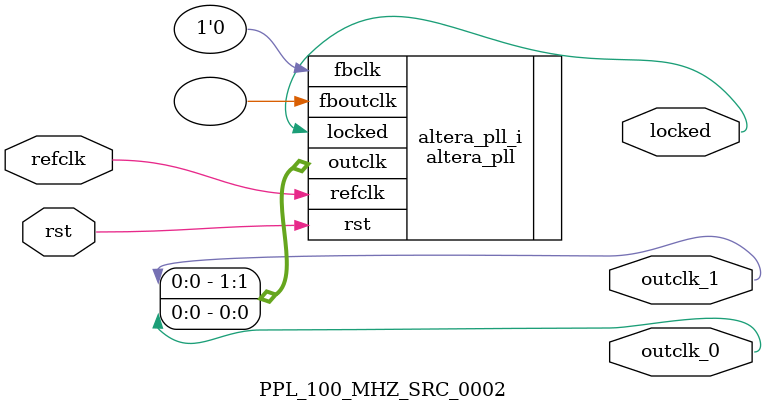
<source format=v>
`timescale 1ns/10ps
module  PPL_100_MHZ_SRC_0002(

	// interface 'refclk'
	input wire refclk,

	// interface 'reset'
	input wire rst,

	// interface 'outclk0'
	output wire outclk_0,

	// interface 'outclk1'
	output wire outclk_1,

	// interface 'locked'
	output wire locked
);

	altera_pll #(
		.fractional_vco_multiplier("true"),
		.reference_clock_frequency("100.0 MHz"),
		.operation_mode("direct"),
		.number_of_clocks(2),
		.output_clock_frequency0("32.768000 MHz"),
		.phase_shift0("0 ps"),
		.duty_cycle0(50),
		.output_clock_frequency1("3.276800 MHz"),
		.phase_shift1("0 ps"),
		.duty_cycle1(50),
		.output_clock_frequency2("0 MHz"),
		.phase_shift2("0 ps"),
		.duty_cycle2(50),
		.output_clock_frequency3("0 MHz"),
		.phase_shift3("0 ps"),
		.duty_cycle3(50),
		.output_clock_frequency4("0 MHz"),
		.phase_shift4("0 ps"),
		.duty_cycle4(50),
		.output_clock_frequency5("0 MHz"),
		.phase_shift5("0 ps"),
		.duty_cycle5(50),
		.output_clock_frequency6("0 MHz"),
		.phase_shift6("0 ps"),
		.duty_cycle6(50),
		.output_clock_frequency7("0 MHz"),
		.phase_shift7("0 ps"),
		.duty_cycle7(50),
		.output_clock_frequency8("0 MHz"),
		.phase_shift8("0 ps"),
		.duty_cycle8(50),
		.output_clock_frequency9("0 MHz"),
		.phase_shift9("0 ps"),
		.duty_cycle9(50),
		.output_clock_frequency10("0 MHz"),
		.phase_shift10("0 ps"),
		.duty_cycle10(50),
		.output_clock_frequency11("0 MHz"),
		.phase_shift11("0 ps"),
		.duty_cycle11(50),
		.output_clock_frequency12("0 MHz"),
		.phase_shift12("0 ps"),
		.duty_cycle12(50),
		.output_clock_frequency13("0 MHz"),
		.phase_shift13("0 ps"),
		.duty_cycle13(50),
		.output_clock_frequency14("0 MHz"),
		.phase_shift14("0 ps"),
		.duty_cycle14(50),
		.output_clock_frequency15("0 MHz"),
		.phase_shift15("0 ps"),
		.duty_cycle15(50),
		.output_clock_frequency16("0 MHz"),
		.phase_shift16("0 ps"),
		.duty_cycle16(50),
		.output_clock_frequency17("0 MHz"),
		.phase_shift17("0 ps"),
		.duty_cycle17(50),
		.pll_type("General"),
		.pll_subtype("General")
	) altera_pll_i (
		.rst	(rst),
		.outclk	({outclk_1, outclk_0}),
		.locked	(locked),
		.fboutclk	( ),
		.fbclk	(1'b0),
		.refclk	(refclk)
	);
endmodule


</source>
